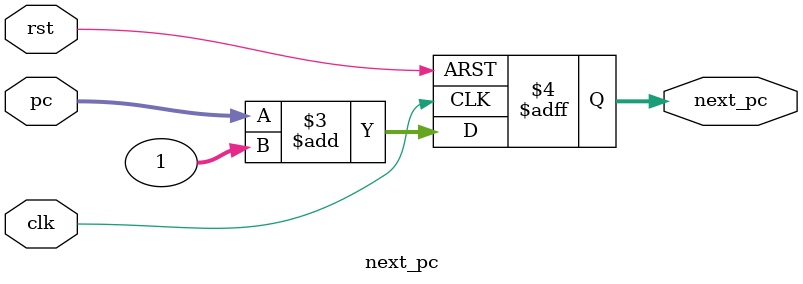
<source format=v>
module next_pc(clk,
pc,
rst,
next_pc
);
input clk, rst;
input[31:0] pc;
output reg[31:0] next_pc;

always @ (posedge clk, posedge rst) begin
	$display("nour1");
	if(rst==1'b1) begin
		$display("nour2");
		next_pc=32'h0000_0020;
	end
	else begin
		next_pc = pc + 1;
	end
end

endmodule
</source>
